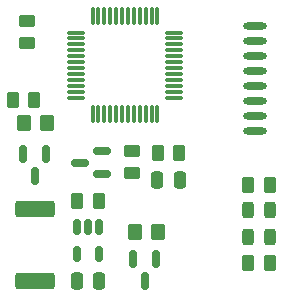
<source format=gbr>
%TF.GenerationSoftware,KiCad,Pcbnew,9.0.1*%
%TF.CreationDate,2025-08-27T22:57:26+02:00*%
%TF.ProjectId,ventilation,76656e74-696c-4617-9469-6f6e2e6b6963,rev?*%
%TF.SameCoordinates,Original*%
%TF.FileFunction,Paste,Top*%
%TF.FilePolarity,Positive*%
%FSLAX46Y46*%
G04 Gerber Fmt 4.6, Leading zero omitted, Abs format (unit mm)*
G04 Created by KiCad (PCBNEW 9.0.1) date 2025-08-27 22:57:26*
%MOMM*%
%LPD*%
G01*
G04 APERTURE LIST*
G04 Aperture macros list*
%AMRoundRect*
0 Rectangle with rounded corners*
0 $1 Rounding radius*
0 $2 $3 $4 $5 $6 $7 $8 $9 X,Y pos of 4 corners*
0 Add a 4 corners polygon primitive as box body*
4,1,4,$2,$3,$4,$5,$6,$7,$8,$9,$2,$3,0*
0 Add four circle primitives for the rounded corners*
1,1,$1+$1,$2,$3*
1,1,$1+$1,$4,$5*
1,1,$1+$1,$6,$7*
1,1,$1+$1,$8,$9*
0 Add four rect primitives between the rounded corners*
20,1,$1+$1,$2,$3,$4,$5,0*
20,1,$1+$1,$4,$5,$6,$7,0*
20,1,$1+$1,$6,$7,$8,$9,0*
20,1,$1+$1,$8,$9,$2,$3,0*%
G04 Aperture macros list end*
%ADD10RoundRect,0.250000X0.262500X0.450000X-0.262500X0.450000X-0.262500X-0.450000X0.262500X-0.450000X0*%
%ADD11RoundRect,0.243750X-0.243750X-0.456250X0.243750X-0.456250X0.243750X0.456250X-0.243750X0.456250X0*%
%ADD12RoundRect,0.150000X-0.150000X0.512500X-0.150000X-0.512500X0.150000X-0.512500X0.150000X0.512500X0*%
%ADD13RoundRect,0.150000X-0.150000X0.587500X-0.150000X-0.587500X0.150000X-0.587500X0.150000X0.587500X0*%
%ADD14RoundRect,0.150000X0.587500X0.150000X-0.587500X0.150000X-0.587500X-0.150000X0.587500X-0.150000X0*%
%ADD15RoundRect,0.250000X0.250000X0.475000X-0.250000X0.475000X-0.250000X-0.475000X0.250000X-0.475000X0*%
%ADD16RoundRect,0.250000X-0.350000X-0.450000X0.350000X-0.450000X0.350000X0.450000X-0.350000X0.450000X0*%
%ADD17RoundRect,0.250000X-0.450000X0.262500X-0.450000X-0.262500X0.450000X-0.262500X0.450000X0.262500X0*%
%ADD18RoundRect,0.249999X1.425001X-0.450001X1.425001X0.450001X-1.425001X0.450001X-1.425001X-0.450001X0*%
%ADD19O,2.000000X0.600000*%
%ADD20RoundRect,0.250000X0.450000X-0.262500X0.450000X0.262500X-0.450000X0.262500X-0.450000X-0.262500X0*%
%ADD21RoundRect,0.250000X0.350000X0.450000X-0.350000X0.450000X-0.350000X-0.450000X0.350000X-0.450000X0*%
%ADD22RoundRect,0.075000X0.075000X-0.662500X0.075000X0.662500X-0.075000X0.662500X-0.075000X-0.662500X0*%
%ADD23RoundRect,0.075000X0.662500X-0.075000X0.662500X0.075000X-0.662500X0.075000X-0.662500X-0.075000X0*%
%ADD24RoundRect,0.250000X-0.250000X-0.475000X0.250000X-0.475000X0.250000X0.475000X-0.250000X0.475000X0*%
%ADD25RoundRect,0.250000X-0.262500X-0.450000X0.262500X-0.450000X0.262500X0.450000X-0.262500X0.450000X0*%
G04 APERTURE END LIST*
D10*
%TO.C,R5*%
X185637500Y-94400000D03*
X183812500Y-94400000D03*
%TD*%
D11*
%TO.C,D2*%
X183827500Y-96585000D03*
X185702500Y-96585000D03*
%TD*%
D12*
%TO.C,U3*%
X171225000Y-98025000D03*
X170275000Y-98025000D03*
X169325000Y-98025000D03*
X169325000Y-100300000D03*
X171225000Y-100300000D03*
%TD*%
D10*
%TO.C,R7*%
X171175000Y-95825000D03*
X169350000Y-95825000D03*
%TD*%
D13*
%TO.C,Q1*%
X166675000Y-91825000D03*
X164775000Y-91825000D03*
X165725000Y-93700000D03*
%TD*%
D14*
%TO.C,Q2*%
X171450000Y-93475000D03*
X171450000Y-91575000D03*
X169575000Y-92525000D03*
%TD*%
D15*
%TO.C,C9*%
X178025000Y-94025000D03*
X176125000Y-94025000D03*
%TD*%
D16*
%TO.C,R16*%
X174200000Y-98400000D03*
X176200000Y-98400000D03*
%TD*%
D11*
%TO.C,D1*%
X183827500Y-98815000D03*
X185702500Y-98815000D03*
%TD*%
D17*
%TO.C,R6*%
X174000000Y-91587500D03*
X174000000Y-93412500D03*
%TD*%
D10*
%TO.C,R8*%
X177975000Y-91750000D03*
X176150000Y-91750000D03*
%TD*%
D18*
%TO.C,R15*%
X165775000Y-102525000D03*
X165775000Y-96425000D03*
%TD*%
D19*
%TO.C,NRF1*%
X184412500Y-81005000D03*
X184412500Y-82275000D03*
X184412500Y-83545000D03*
X184412500Y-84815000D03*
X184412500Y-86085000D03*
X184412500Y-87355000D03*
X184412500Y-88625000D03*
X184412500Y-89895000D03*
%TD*%
D13*
%TO.C,Q3*%
X176000000Y-100700000D03*
X174100000Y-100700000D03*
X175050000Y-102575000D03*
%TD*%
D10*
%TO.C,R4*%
X185637500Y-101000000D03*
X183812500Y-101000000D03*
%TD*%
D20*
%TO.C,R2*%
X165100000Y-82400000D03*
X165100000Y-80575000D03*
%TD*%
D21*
%TO.C,R3*%
X166825000Y-89200000D03*
X164825000Y-89200000D03*
%TD*%
D22*
%TO.C,U1*%
X170637500Y-88437500D03*
X171137500Y-88437500D03*
X171637500Y-88437500D03*
X172137500Y-88437500D03*
X172637500Y-88437500D03*
X173137500Y-88437500D03*
X173637500Y-88437500D03*
X174137500Y-88437500D03*
X174637500Y-88437500D03*
X175137500Y-88437500D03*
X175637500Y-88437500D03*
X176137500Y-88437500D03*
D23*
X177550000Y-87025000D03*
X177550000Y-86525000D03*
X177550000Y-86025000D03*
X177550000Y-85525000D03*
X177550000Y-85025000D03*
X177550000Y-84525000D03*
X177550000Y-84025000D03*
X177550000Y-83525000D03*
X177550000Y-83025000D03*
X177550000Y-82525000D03*
X177550000Y-82025000D03*
X177550000Y-81525000D03*
D22*
X176137500Y-80112500D03*
X175637500Y-80112500D03*
X175137500Y-80112500D03*
X174637500Y-80112500D03*
X174137500Y-80112500D03*
X173637500Y-80112500D03*
X173137500Y-80112500D03*
X172637500Y-80112500D03*
X172137500Y-80112500D03*
X171637500Y-80112500D03*
X171137500Y-80112500D03*
X170637500Y-80112500D03*
D23*
X169225000Y-81525000D03*
X169225000Y-82025000D03*
X169225000Y-82525000D03*
X169225000Y-83025000D03*
X169225000Y-83525000D03*
X169225000Y-84025000D03*
X169225000Y-84525000D03*
X169225000Y-85025000D03*
X169225000Y-85525000D03*
X169225000Y-86025000D03*
X169225000Y-86525000D03*
X169225000Y-87025000D03*
%TD*%
D24*
%TO.C,C12*%
X169325000Y-102575000D03*
X171225000Y-102575000D03*
%TD*%
D25*
%TO.C,R11*%
X163887500Y-87200000D03*
X165712500Y-87200000D03*
%TD*%
M02*

</source>
